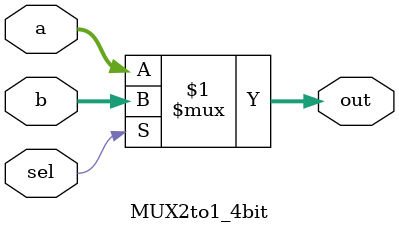
<source format=sv>
`timescale 1ns/1ns
module MUX2to1_4bit(input [3:0] a, b, input sel,output [3:0] out);
   assign out = sel ? b : a;       
endmodule





</source>
